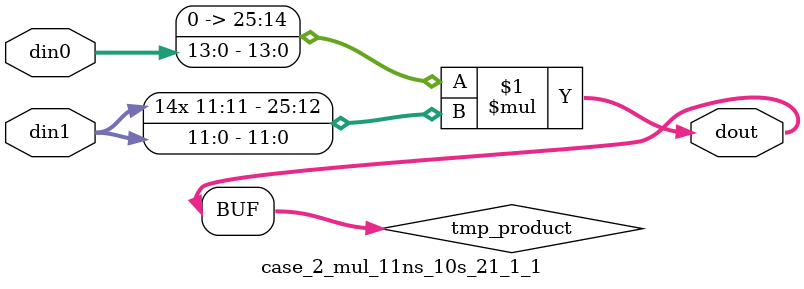
<source format=v>

`timescale 1 ns / 1 ps

 (* use_dsp = "no" *)  module case_2_mul_11ns_10s_21_1_1(din0, din1, dout);
parameter ID = 1;
parameter NUM_STAGE = 0;
parameter din0_WIDTH = 14;
parameter din1_WIDTH = 12;
parameter dout_WIDTH = 26;

input [din0_WIDTH - 1 : 0] din0; 
input [din1_WIDTH - 1 : 0] din1; 
output [dout_WIDTH - 1 : 0] dout;

wire signed [dout_WIDTH - 1 : 0] tmp_product;

























assign tmp_product = $signed({1'b0, din0}) * $signed(din1);










assign dout = tmp_product;





















endmodule

</source>
